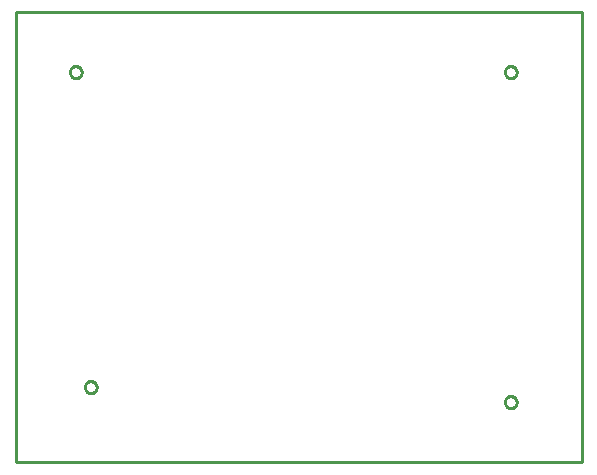
<source format=gbr>
G04 EAGLE Gerber RS-274X export*
G75*
%MOMM*%
%FSLAX34Y34*%
%LPD*%
%IN*%
%IPPOS*%
%AMOC8*
5,1,8,0,0,1.08239X$1,22.5*%
G01*
%ADD10C,0.254000*%


D10*
X12700Y25400D02*
X492000Y25400D01*
X492000Y406300D01*
X12700Y406300D01*
X12700Y25400D01*
X68500Y355319D02*
X68437Y354761D01*
X68312Y354214D01*
X68127Y353684D01*
X67883Y353178D01*
X67584Y352702D01*
X67234Y352263D01*
X66837Y351866D01*
X66398Y351516D01*
X65922Y351217D01*
X65416Y350973D01*
X64886Y350788D01*
X64339Y350663D01*
X63781Y350600D01*
X63219Y350600D01*
X62661Y350663D01*
X62114Y350788D01*
X61584Y350973D01*
X61078Y351217D01*
X60602Y351516D01*
X60163Y351866D01*
X59766Y352263D01*
X59416Y352702D01*
X59117Y353178D01*
X58873Y353684D01*
X58688Y354214D01*
X58563Y354761D01*
X58500Y355319D01*
X58500Y355881D01*
X58563Y356439D01*
X58688Y356986D01*
X58873Y357516D01*
X59117Y358022D01*
X59416Y358498D01*
X59766Y358937D01*
X60163Y359334D01*
X60602Y359684D01*
X61078Y359983D01*
X61584Y360227D01*
X62114Y360412D01*
X62661Y360537D01*
X63219Y360600D01*
X63781Y360600D01*
X64339Y360537D01*
X64886Y360412D01*
X65416Y360227D01*
X65922Y359983D01*
X66398Y359684D01*
X66837Y359334D01*
X67234Y358937D01*
X67584Y358498D01*
X67883Y358022D01*
X68127Y357516D01*
X68312Y356986D01*
X68437Y356439D01*
X68500Y355881D01*
X68500Y355319D01*
X81200Y88619D02*
X81137Y88061D01*
X81012Y87514D01*
X80827Y86984D01*
X80583Y86478D01*
X80284Y86002D01*
X79934Y85563D01*
X79537Y85166D01*
X79098Y84816D01*
X78622Y84517D01*
X78116Y84273D01*
X77586Y84088D01*
X77039Y83963D01*
X76481Y83900D01*
X75919Y83900D01*
X75361Y83963D01*
X74814Y84088D01*
X74284Y84273D01*
X73778Y84517D01*
X73302Y84816D01*
X72863Y85166D01*
X72466Y85563D01*
X72116Y86002D01*
X71817Y86478D01*
X71573Y86984D01*
X71388Y87514D01*
X71263Y88061D01*
X71200Y88619D01*
X71200Y89181D01*
X71263Y89739D01*
X71388Y90286D01*
X71573Y90816D01*
X71817Y91322D01*
X72116Y91798D01*
X72466Y92237D01*
X72863Y92634D01*
X73302Y92984D01*
X73778Y93283D01*
X74284Y93527D01*
X74814Y93712D01*
X75361Y93837D01*
X75919Y93900D01*
X76481Y93900D01*
X77039Y93837D01*
X77586Y93712D01*
X78116Y93527D01*
X78622Y93283D01*
X79098Y92984D01*
X79537Y92634D01*
X79934Y92237D01*
X80284Y91798D01*
X80583Y91322D01*
X80827Y90816D01*
X81012Y90286D01*
X81137Y89739D01*
X81200Y89181D01*
X81200Y88619D01*
X436800Y75919D02*
X436737Y75361D01*
X436612Y74814D01*
X436427Y74284D01*
X436183Y73778D01*
X435884Y73302D01*
X435534Y72863D01*
X435137Y72466D01*
X434698Y72116D01*
X434222Y71817D01*
X433716Y71573D01*
X433186Y71388D01*
X432639Y71263D01*
X432081Y71200D01*
X431519Y71200D01*
X430961Y71263D01*
X430414Y71388D01*
X429884Y71573D01*
X429378Y71817D01*
X428902Y72116D01*
X428463Y72466D01*
X428066Y72863D01*
X427716Y73302D01*
X427417Y73778D01*
X427173Y74284D01*
X426988Y74814D01*
X426863Y75361D01*
X426800Y75919D01*
X426800Y76481D01*
X426863Y77039D01*
X426988Y77586D01*
X427173Y78116D01*
X427417Y78622D01*
X427716Y79098D01*
X428066Y79537D01*
X428463Y79934D01*
X428902Y80284D01*
X429378Y80583D01*
X429884Y80827D01*
X430414Y81012D01*
X430961Y81137D01*
X431519Y81200D01*
X432081Y81200D01*
X432639Y81137D01*
X433186Y81012D01*
X433716Y80827D01*
X434222Y80583D01*
X434698Y80284D01*
X435137Y79934D01*
X435534Y79537D01*
X435884Y79098D01*
X436183Y78622D01*
X436427Y78116D01*
X436612Y77586D01*
X436737Y77039D01*
X436800Y76481D01*
X436800Y75919D01*
X436800Y355319D02*
X436737Y354761D01*
X436612Y354214D01*
X436427Y353684D01*
X436183Y353178D01*
X435884Y352702D01*
X435534Y352263D01*
X435137Y351866D01*
X434698Y351516D01*
X434222Y351217D01*
X433716Y350973D01*
X433186Y350788D01*
X432639Y350663D01*
X432081Y350600D01*
X431519Y350600D01*
X430961Y350663D01*
X430414Y350788D01*
X429884Y350973D01*
X429378Y351217D01*
X428902Y351516D01*
X428463Y351866D01*
X428066Y352263D01*
X427716Y352702D01*
X427417Y353178D01*
X427173Y353684D01*
X426988Y354214D01*
X426863Y354761D01*
X426800Y355319D01*
X426800Y355881D01*
X426863Y356439D01*
X426988Y356986D01*
X427173Y357516D01*
X427417Y358022D01*
X427716Y358498D01*
X428066Y358937D01*
X428463Y359334D01*
X428902Y359684D01*
X429378Y359983D01*
X429884Y360227D01*
X430414Y360412D01*
X430961Y360537D01*
X431519Y360600D01*
X432081Y360600D01*
X432639Y360537D01*
X433186Y360412D01*
X433716Y360227D01*
X434222Y359983D01*
X434698Y359684D01*
X435137Y359334D01*
X435534Y358937D01*
X435884Y358498D01*
X436183Y358022D01*
X436427Y357516D01*
X436612Y356986D01*
X436737Y356439D01*
X436800Y355881D01*
X436800Y355319D01*
M02*

</source>
